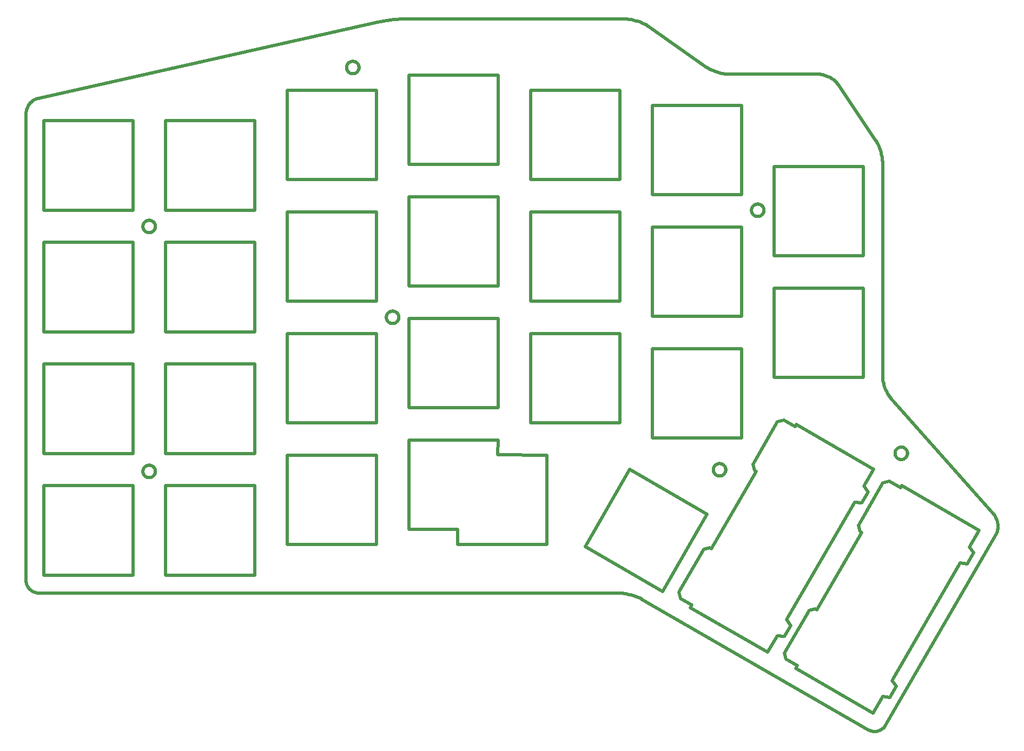
<source format=gm1>
G04 #@! TF.GenerationSoftware,KiCad,Pcbnew,8.0.0*
G04 #@! TF.CreationDate,2024-03-05T17:39:38+11:00*
G04 #@! TF.ProjectId,ergodash-mini-double-pcb-plate,6572676f-6461-4736-982d-6d696e692d64,rev?*
G04 #@! TF.SameCoordinates,Original*
G04 #@! TF.FileFunction,Profile,NP*
%FSLAX46Y46*%
G04 Gerber Fmt 4.6, Leading zero omitted, Abs format (unit mm)*
G04 Created by KiCad (PCBNEW 8.0.0) date 2024-03-05 17:39:38*
%MOMM*%
%LPD*%
G01*
G04 APERTURE LIST*
G04 #@! TA.AperFunction,Profile*
%ADD10C,0.499992*%
G04 #@! TD*
G04 #@! TA.AperFunction,Profile*
%ADD11C,0.499998*%
G04 #@! TD*
G04 APERTURE END LIST*
D10*
X197821217Y-112274682D02*
X198031121Y-111912042D01*
X210148331Y-118923486D01*
X208616217Y-121572137D01*
X209254391Y-122462197D01*
X208254618Y-124191865D01*
X207163477Y-124081445D01*
X196528284Y-142481278D01*
X197160462Y-143367455D01*
X196160336Y-145097123D01*
X195075545Y-144990579D01*
X193573065Y-147569390D01*
X181455500Y-140557931D01*
X181695389Y-140143418D01*
X179922680Y-139117539D01*
X179667271Y-138161157D01*
X183520661Y-131495423D01*
X184477043Y-131240014D01*
X184737040Y-131389947D01*
X191747792Y-119273797D01*
X191490971Y-119125276D01*
X191235913Y-118168893D01*
X195089304Y-111503167D01*
X196045685Y-111247750D01*
X197821217Y-112274682D01*
X181321797Y-102749688D02*
X181531700Y-102387032D01*
X193648560Y-109398492D01*
X192116799Y-112047143D01*
X192754975Y-112937203D01*
X191755202Y-114666871D01*
X190663706Y-114556451D01*
X180028866Y-132956284D01*
X180660691Y-133842462D01*
X179660920Y-135572137D01*
X178576126Y-135465592D01*
X177073296Y-138044396D01*
X164956082Y-131032937D01*
X165195973Y-130618424D01*
X163422913Y-129592545D01*
X163167500Y-128636163D01*
X167021244Y-121970422D01*
X167977623Y-121715020D01*
X168237622Y-121864945D01*
X175248375Y-109748803D01*
X174991555Y-109600274D01*
X174736142Y-108643884D01*
X178589886Y-101978158D01*
X179546265Y-101722741D01*
X181321797Y-102749688D01*
D11*
X80287430Y-108753460D02*
X80336989Y-108757227D01*
X80385822Y-108763430D01*
X80433869Y-108772008D01*
X80481068Y-108782900D01*
X80527359Y-108796044D01*
X80572680Y-108811378D01*
X80616971Y-108828842D01*
X80660170Y-108848375D01*
X80702217Y-108869914D01*
X80743050Y-108893398D01*
X80782609Y-108918766D01*
X80820833Y-108945957D01*
X80857660Y-108974909D01*
X80893030Y-109005562D01*
X80926882Y-109037852D01*
X80959155Y-109071720D01*
X80989787Y-109107104D01*
X81018718Y-109143942D01*
X81045887Y-109182173D01*
X81071233Y-109221736D01*
X81094695Y-109262570D01*
X81116212Y-109304612D01*
X81135722Y-109347802D01*
X81153166Y-109392078D01*
X81168482Y-109437379D01*
X81181608Y-109483644D01*
X81192485Y-109530811D01*
X81201051Y-109578819D01*
X81207245Y-109627606D01*
X81211006Y-109677111D01*
X81212273Y-109727273D01*
X81211006Y-109777463D01*
X81207244Y-109826991D01*
X81201050Y-109875796D01*
X81192484Y-109923816D01*
X81181607Y-109970990D01*
X81168480Y-110017257D01*
X81153164Y-110062557D01*
X81135720Y-110106828D01*
X81116209Y-110150010D01*
X81094692Y-110192040D01*
X81071230Y-110232859D01*
X81045883Y-110272404D01*
X81018714Y-110310616D01*
X80989782Y-110347433D01*
X80959149Y-110382793D01*
X80926876Y-110416636D01*
X80893024Y-110448902D01*
X80857654Y-110479528D01*
X80820826Y-110508453D01*
X80782602Y-110535618D01*
X80743043Y-110560960D01*
X80702210Y-110584419D01*
X80660163Y-110605933D01*
X80616964Y-110625442D01*
X80572674Y-110642884D01*
X80527353Y-110658199D01*
X80481063Y-110671325D01*
X80433864Y-110682201D01*
X80385818Y-110690767D01*
X80336986Y-110696961D01*
X80287428Y-110700722D01*
X80237206Y-110701989D01*
X80187076Y-110700722D01*
X80137600Y-110696961D01*
X80088841Y-110690767D01*
X80040860Y-110682201D01*
X79993717Y-110671325D01*
X79947475Y-110658199D01*
X79902195Y-110642884D01*
X79857938Y-110625442D01*
X79814765Y-110605933D01*
X79772739Y-110584419D01*
X79731921Y-110560960D01*
X79692371Y-110535618D01*
X79654152Y-110508453D01*
X79617325Y-110479528D01*
X79581951Y-110448902D01*
X79548092Y-110416636D01*
X79515809Y-110382793D01*
X79485164Y-110347433D01*
X79456217Y-110310616D01*
X79429032Y-110272404D01*
X79403667Y-110232859D01*
X79380187Y-110192040D01*
X79358651Y-110150010D01*
X79339121Y-110106828D01*
X79321658Y-110062557D01*
X79306325Y-110017257D01*
X79293182Y-109970990D01*
X79282291Y-109923816D01*
X79273713Y-109875796D01*
X79267510Y-109826991D01*
X79263744Y-109777463D01*
X79262474Y-109727273D01*
X79263744Y-109677111D01*
X79267510Y-109627606D01*
X79273713Y-109578819D01*
X79282291Y-109530811D01*
X79293182Y-109483644D01*
X79306325Y-109437379D01*
X79321658Y-109392078D01*
X79339121Y-109347802D01*
X79358651Y-109304612D01*
X79380187Y-109262570D01*
X79403667Y-109221736D01*
X79429032Y-109182173D01*
X79456217Y-109143942D01*
X79485164Y-109107104D01*
X79515809Y-109071720D01*
X79548092Y-109037852D01*
X79581951Y-109005562D01*
X79617325Y-108974909D01*
X79654152Y-108945957D01*
X79692371Y-108918766D01*
X79731921Y-108893398D01*
X79772739Y-108869914D01*
X79814765Y-108848375D01*
X79857938Y-108828842D01*
X79902195Y-108811378D01*
X79947475Y-108796044D01*
X79993717Y-108782900D01*
X80040860Y-108772008D01*
X80088841Y-108763430D01*
X80137600Y-108757227D01*
X80187076Y-108753460D01*
X80237206Y-108752191D01*
X80287430Y-108753460D01*
D10*
X60959999Y-126772088D02*
X60959999Y-53723153D01*
X60962615Y-126874634D02*
X60959999Y-126772088D01*
X60970375Y-126975877D02*
X60962615Y-126874634D01*
X60983152Y-127075691D02*
X60970375Y-126975877D01*
X61000817Y-127173946D02*
X60983152Y-127075691D01*
X61023244Y-127270514D02*
X61000817Y-127173946D01*
X61050302Y-127365268D02*
X61023244Y-127270514D01*
X61081865Y-127458079D02*
X61050302Y-127365268D01*
X61117803Y-127548820D02*
X61081865Y-127458079D01*
X61157990Y-127637362D02*
X61117803Y-127548820D01*
X61202296Y-127723577D02*
X61157990Y-127637362D01*
X61250593Y-127807336D02*
X61202296Y-127723577D01*
X61302754Y-127888513D02*
X61250593Y-127807336D01*
X61358651Y-127966978D02*
X61302754Y-127888513D01*
X61418154Y-128042605D02*
X61358651Y-127966978D01*
X61481136Y-128115263D02*
X61418154Y-128042605D01*
X61547469Y-128184827D02*
X61481136Y-128115263D01*
X61617024Y-128251167D02*
X61547469Y-128184827D01*
X61689673Y-128314155D02*
X61617024Y-128251167D01*
X61765289Y-128373663D02*
X61689673Y-128314155D01*
X61843743Y-128429564D02*
X61765289Y-128373663D01*
X61924907Y-128481728D02*
X61843743Y-128429564D01*
X62008653Y-128530029D02*
X61924907Y-128481728D01*
X62094852Y-128574337D02*
X62008653Y-128530029D01*
X62183376Y-128614525D02*
X62094852Y-128574337D01*
X62274098Y-128650465D02*
X62183376Y-128614525D01*
X62366889Y-128682029D02*
X62274098Y-128650465D01*
X62461621Y-128709088D02*
X62366889Y-128682029D01*
X62558165Y-128731514D02*
X62461621Y-128709088D01*
X62656395Y-128749180D02*
X62558165Y-128731514D01*
X62756180Y-128761957D02*
X62656395Y-128749180D01*
X62857394Y-128769717D02*
X62756180Y-128761957D01*
X62959908Y-128772332D02*
X62857394Y-128769717D01*
X153672135Y-128772332D02*
X62959908Y-128772332D01*
X153884847Y-128777522D02*
X153672135Y-128772332D01*
X154109223Y-128792747D02*
X153884847Y-128777522D01*
X154343352Y-128817493D02*
X154109223Y-128792747D01*
X154585322Y-128851245D02*
X154343352Y-128817493D01*
X154833219Y-128893489D02*
X154585322Y-128851245D01*
X155085133Y-128943709D02*
X154833219Y-128893489D01*
X155339151Y-129001392D02*
X155085133Y-128943709D01*
X155593362Y-129066022D02*
X155339151Y-129001392D01*
X155845852Y-129137085D02*
X155593362Y-129066022D01*
X156094711Y-129214065D02*
X155845852Y-129137085D01*
X156338026Y-129296449D02*
X156094711Y-129214065D01*
X156573885Y-129383721D02*
X156338026Y-129296449D01*
X156800376Y-129475367D02*
X156573885Y-129383721D01*
X157015588Y-129570873D02*
X156800376Y-129475367D01*
X157217607Y-129669722D02*
X157015588Y-129570873D01*
X157404522Y-129771401D02*
X157217607Y-129669722D01*
X192798012Y-150191239D02*
X157404522Y-129771401D01*
X192888126Y-150240231D02*
X192798012Y-150191239D01*
X192979692Y-150284117D02*
X192888126Y-150240231D01*
X193072534Y-150322944D02*
X192979692Y-150284117D01*
X193166478Y-150356760D02*
X193072534Y-150322944D01*
X193261347Y-150385611D02*
X193166478Y-150356760D01*
X193356968Y-150409544D02*
X193261347Y-150385611D01*
X193453164Y-150428607D02*
X193356968Y-150409544D01*
X193549760Y-150442847D02*
X193453164Y-150428607D01*
X193646582Y-150452312D02*
X193549760Y-150442847D01*
X193743454Y-150457047D02*
X193646582Y-150452312D01*
X193840201Y-150457101D02*
X193743454Y-150457047D01*
X193936647Y-150452521D02*
X193840201Y-150457101D01*
X194032618Y-150443353D02*
X193936647Y-150452521D01*
X194127939Y-150429645D02*
X194032618Y-150443353D01*
X194222434Y-150411444D02*
X194127939Y-150429645D01*
X194315927Y-150388797D02*
X194222434Y-150411444D01*
X194408245Y-150361751D02*
X194315927Y-150388797D01*
X194499211Y-150330354D02*
X194408245Y-150361751D01*
X194588651Y-150294653D02*
X194499211Y-150330354D01*
X194676389Y-150254694D02*
X194588651Y-150294653D01*
X194762250Y-150210525D02*
X194676389Y-150254694D01*
X194846059Y-150162194D02*
X194762250Y-150210525D01*
X194927641Y-150109746D02*
X194846059Y-150162194D01*
X195006820Y-150053230D02*
X194927641Y-150109746D01*
X195083422Y-149992692D02*
X195006820Y-150053230D01*
X195157271Y-149928181D02*
X195083422Y-149992692D01*
X195228192Y-149859742D02*
X195157271Y-149928181D01*
X195296010Y-149787423D02*
X195228192Y-149859742D01*
X195360549Y-149711271D02*
X195296010Y-149787423D01*
X195421635Y-149631333D02*
X195360549Y-149711271D01*
X195479092Y-149547657D02*
X195421635Y-149631333D01*
X195532746Y-149460290D02*
X195479092Y-149547657D01*
X212772290Y-119683007D02*
X195532746Y-149460290D01*
X212821910Y-119592282D02*
X212772290Y-119683007D01*
X212867464Y-119498839D02*
X212821910Y-119592282D01*
X212908974Y-119402884D02*
X212867464Y-119498839D01*
X212946460Y-119304625D02*
X212908974Y-119402884D01*
X213009442Y-119102016D02*
X212946460Y-119304625D01*
X213056580Y-118892665D02*
X213009442Y-119102016D01*
X213088038Y-118678225D02*
X213056580Y-118892665D01*
X213103985Y-118460349D02*
X213088038Y-118678225D01*
X213104587Y-118240689D02*
X213103985Y-118460349D01*
X213090011Y-118020898D02*
X213104587Y-118240689D01*
X213060424Y-117802628D02*
X213090011Y-118020898D01*
X213015993Y-117587532D02*
X213060424Y-117802628D01*
X212956885Y-117377263D02*
X213015993Y-117587532D01*
X212883267Y-117173472D02*
X212956885Y-117377263D01*
X212795305Y-116977814D02*
X212883267Y-117173472D01*
X212693167Y-116791940D02*
X212795305Y-116977814D01*
X212636834Y-116703188D02*
X212693167Y-116791940D01*
X212577019Y-116617502D02*
X212636834Y-116703188D01*
X212513744Y-116535089D02*
X212577019Y-116617502D01*
X212447029Y-116456155D02*
X212513744Y-116535089D01*
X196367035Y-98334298D02*
X212447029Y-116456155D01*
X196231844Y-98171552D02*
X196367035Y-98334298D01*
X196100434Y-97993011D02*
X196231844Y-98171552D01*
X195973488Y-97800470D02*
X196100434Y-97993011D01*
X195851688Y-97595720D02*
X195973488Y-97800470D01*
X195735714Y-97380555D02*
X195851688Y-97595720D01*
X195626250Y-97156766D02*
X195735714Y-97380555D01*
X195523975Y-96926147D02*
X195626250Y-97156766D01*
X195429572Y-96690490D02*
X195523975Y-96926147D01*
X195343723Y-96451587D02*
X195429572Y-96690490D01*
X195267109Y-96211232D02*
X195343723Y-96451587D01*
X195200412Y-95971217D02*
X195267109Y-96211232D01*
X195144313Y-95733334D02*
X195200412Y-95971217D01*
X195099494Y-95499377D02*
X195144313Y-95733334D01*
X195066636Y-95271137D02*
X195099494Y-95499377D01*
X195046422Y-95050408D02*
X195066636Y-95271137D01*
X195039532Y-94838983D02*
X195046422Y-95050408D01*
X195042033Y-61461923D02*
X195039532Y-94838983D01*
X195036233Y-61249545D02*
X195042033Y-61461923D01*
X195019216Y-61026248D02*
X195036233Y-61249545D01*
X194991556Y-60793908D02*
X195019216Y-61026248D01*
X194953827Y-60554399D02*
X194991556Y-60793908D01*
X194906601Y-60309594D02*
X194953827Y-60554399D01*
X194850453Y-60061369D02*
X194906601Y-60309594D01*
X194785956Y-59811598D02*
X194850453Y-60061369D01*
X194713684Y-59562156D02*
X194785956Y-59811598D01*
X194634210Y-59314916D02*
X194713684Y-59562156D01*
X194548108Y-59071753D02*
X194634210Y-59314916D01*
X194455952Y-58834542D02*
X194548108Y-59071753D01*
X194358315Y-58605158D02*
X194455952Y-58834542D01*
X194255771Y-58385473D02*
X194358315Y-58605158D01*
X194148893Y-58177364D02*
X194255771Y-58385473D01*
X194038255Y-57982704D02*
X194148893Y-58177364D01*
X193924431Y-57803369D02*
X194038255Y-57982704D01*
X188114533Y-49182519D02*
X193924431Y-57803369D01*
X187990337Y-49013552D02*
X188114533Y-49182519D01*
X187849268Y-48849328D02*
X187990337Y-49013552D01*
X187692923Y-48690697D02*
X187849268Y-48849328D01*
X187522897Y-48538508D02*
X187692923Y-48690697D01*
X187340790Y-48393611D02*
X187522897Y-48538508D01*
X187148199Y-48256856D02*
X187340790Y-48393611D01*
X186946720Y-48129093D02*
X187148199Y-48256856D01*
X186737951Y-48011170D02*
X186946720Y-48129093D01*
X186523489Y-47903939D02*
X186737951Y-48011170D01*
X186304932Y-47808248D02*
X186523489Y-47903939D01*
X186083877Y-47724948D02*
X186304932Y-47808248D01*
X185861921Y-47654887D02*
X186083877Y-47724948D01*
X185640662Y-47598917D02*
X185861921Y-47654887D01*
X185421696Y-47557886D02*
X185640662Y-47598917D01*
X185206622Y-47532644D02*
X185421696Y-47557886D01*
X184997036Y-47524041D02*
X185206622Y-47532644D01*
X170997403Y-47524041D02*
X184997036Y-47524041D01*
X170785261Y-47518042D02*
X170997403Y-47524041D01*
X170562433Y-47500442D02*
X170785261Y-47518042D01*
X170330782Y-47471834D02*
X170562433Y-47500442D01*
X170092174Y-47432812D02*
X170330782Y-47471834D01*
X169848473Y-47383969D02*
X170092174Y-47432812D01*
X169601543Y-47325901D02*
X169848473Y-47383969D01*
X169353249Y-47259200D02*
X169601543Y-47325901D01*
X169105455Y-47184461D02*
X169353249Y-47259200D01*
X168860026Y-47102276D02*
X169105455Y-47184461D01*
X168618825Y-47013241D02*
X168860026Y-47102276D01*
X168383719Y-46917949D02*
X168618825Y-47013241D01*
X168156571Y-46816994D02*
X168383719Y-46917949D01*
X167939245Y-46710969D02*
X168156571Y-46816994D01*
X167733607Y-46600469D02*
X167939245Y-46710969D01*
X167541520Y-46486087D02*
X167733607Y-46600469D01*
X167364849Y-46368417D02*
X167541520Y-46486087D01*
X158445923Y-40058953D02*
X167364849Y-46368417D01*
X158269198Y-39941332D02*
X158445923Y-40058953D01*
X158077078Y-39826991D02*
X158269198Y-39941332D01*
X157871423Y-39716527D02*
X158077078Y-39826991D01*
X157654096Y-39610533D02*
X157871423Y-39716527D01*
X157426956Y-39509603D02*
X157654096Y-39610533D01*
X157191865Y-39414332D02*
X157426956Y-39509603D01*
X156950683Y-39325313D02*
X157191865Y-39414332D01*
X156705272Y-39243142D02*
X156950683Y-39325313D01*
X156457492Y-39168413D02*
X156705272Y-39243142D01*
X156209204Y-39101719D02*
X156457492Y-39168413D01*
X155962268Y-39043655D02*
X156209204Y-39101719D01*
X155718547Y-38994816D02*
X155962268Y-39043655D01*
X155479900Y-38955795D02*
X155718547Y-38994816D01*
X155248188Y-38927188D02*
X155479900Y-38955795D01*
X155025273Y-38909587D02*
X155248188Y-38927188D01*
X154813015Y-38903588D02*
X155025273Y-38909587D01*
X119982910Y-38903588D02*
X154813015Y-38903588D01*
X119541225Y-38912562D02*
X119982910Y-38903588D01*
X119052208Y-38938275D02*
X119541225Y-38912562D01*
X118532062Y-38978912D02*
X119052208Y-38938275D01*
X117996988Y-39032660D02*
X118532062Y-38978912D01*
X117463187Y-39097706D02*
X117996988Y-39032660D01*
X116946861Y-39172236D02*
X117463187Y-39097706D01*
X116464212Y-39254436D02*
X116946861Y-39172236D01*
X116031441Y-39342492D02*
X116464212Y-39254436D01*
X62911217Y-51284020D02*
X116031441Y-39342492D01*
X62811202Y-51309087D02*
X62911217Y-51284020D01*
X62712454Y-51339019D02*
X62811202Y-51309087D01*
X62615100Y-51373659D02*
X62712454Y-51339019D01*
X62519264Y-51412852D02*
X62615100Y-51373659D01*
X62425071Y-51456440D02*
X62519264Y-51412852D01*
X62332647Y-51504268D02*
X62425071Y-51456440D01*
X62242116Y-51556178D02*
X62332647Y-51504268D01*
X62153604Y-51612014D02*
X62242116Y-51556178D01*
X61983135Y-51734840D02*
X62153604Y-51612014D01*
X61822240Y-51871493D02*
X61983135Y-51734840D01*
X61671921Y-52020722D02*
X61822240Y-51871493D01*
X61533177Y-52181275D02*
X61671921Y-52020722D01*
X61407009Y-52351901D02*
X61533177Y-52181275D01*
X61294417Y-52531346D02*
X61407009Y-52351901D01*
X61196403Y-52718361D02*
X61294417Y-52531346D01*
X61113965Y-52911692D02*
X61196403Y-52718361D01*
X61078901Y-53010336D02*
X61113965Y-52911692D01*
X61048106Y-53110089D02*
X61078901Y-53010336D01*
X61021706Y-53210795D02*
X61048106Y-53110089D01*
X60999825Y-53312299D02*
X61021706Y-53210795D01*
X60982589Y-53414443D02*
X60999825Y-53312299D01*
X60970123Y-53517071D02*
X60982589Y-53414443D01*
X60962551Y-53620027D02*
X60970123Y-53517071D01*
X60959999Y-53723153D02*
X60962551Y-53620027D01*
D11*
X80287430Y-70399106D02*
X80336989Y-70402876D01*
X80385822Y-70409083D01*
X80433869Y-70417668D01*
X80481068Y-70428567D01*
X80527359Y-70441719D01*
X80572680Y-70457063D01*
X80616971Y-70474537D01*
X80660170Y-70494080D01*
X80702217Y-70515629D01*
X80743050Y-70539125D01*
X80782609Y-70564504D01*
X80820833Y-70591705D01*
X80857660Y-70620668D01*
X80893030Y-70651330D01*
X80926882Y-70683629D01*
X80959155Y-70717505D01*
X80989787Y-70752895D01*
X81018718Y-70789738D01*
X81045887Y-70827973D01*
X81071233Y-70867537D01*
X81094695Y-70908370D01*
X81116212Y-70950410D01*
X81135722Y-70993595D01*
X81153166Y-71037864D01*
X81168482Y-71083155D01*
X81181608Y-71129406D01*
X81192485Y-71176557D01*
X81201051Y-71224545D01*
X81207245Y-71273309D01*
X81211006Y-71322787D01*
X81212273Y-71372918D01*
X81211006Y-71423111D01*
X81207244Y-71472643D01*
X81201050Y-71521454D01*
X81192484Y-71569481D01*
X81181607Y-71616664D01*
X81168480Y-71662942D01*
X81153164Y-71708253D01*
X81135720Y-71752537D01*
X81116209Y-71795732D01*
X81094692Y-71837777D01*
X81071230Y-71878611D01*
X81045883Y-71918172D01*
X81018714Y-71956400D01*
X80989782Y-71993233D01*
X80959149Y-72028610D01*
X80926876Y-72062470D01*
X80893024Y-72094752D01*
X80857654Y-72125395D01*
X80820826Y-72154337D01*
X80782602Y-72181517D01*
X80743043Y-72206875D01*
X80702210Y-72230348D01*
X80660163Y-72251876D01*
X80616964Y-72271398D01*
X80572674Y-72288852D01*
X80527353Y-72304178D01*
X80481063Y-72317313D01*
X80433864Y-72328197D01*
X80385818Y-72336769D01*
X80336986Y-72342968D01*
X80287428Y-72346732D01*
X80237206Y-72348000D01*
X80187076Y-72346732D01*
X80137600Y-72342968D01*
X80088841Y-72336769D01*
X80040860Y-72328197D01*
X79993717Y-72317313D01*
X79947475Y-72304178D01*
X79902195Y-72288852D01*
X79857938Y-72271398D01*
X79814765Y-72251876D01*
X79772739Y-72230348D01*
X79731921Y-72206875D01*
X79692371Y-72181517D01*
X79654152Y-72154337D01*
X79617325Y-72125395D01*
X79581951Y-72094752D01*
X79548092Y-72062470D01*
X79515809Y-72028610D01*
X79485164Y-71993233D01*
X79456217Y-71956400D01*
X79429032Y-71918172D01*
X79403667Y-71878611D01*
X79380187Y-71837777D01*
X79358651Y-71795732D01*
X79339121Y-71752537D01*
X79321658Y-71708253D01*
X79306325Y-71662942D01*
X79293182Y-71616664D01*
X79282291Y-71569481D01*
X79273713Y-71521454D01*
X79267510Y-71472643D01*
X79263744Y-71423111D01*
X79262474Y-71372918D01*
X79263744Y-71322787D01*
X79267510Y-71273309D01*
X79273713Y-71224545D01*
X79282291Y-71176557D01*
X79293182Y-71129406D01*
X79306325Y-71083155D01*
X79321658Y-71037864D01*
X79339121Y-70993595D01*
X79358651Y-70950410D01*
X79380187Y-70908370D01*
X79403667Y-70867537D01*
X79429032Y-70827973D01*
X79456217Y-70789738D01*
X79485164Y-70752895D01*
X79515809Y-70717505D01*
X79548092Y-70683629D01*
X79581951Y-70651330D01*
X79617325Y-70620668D01*
X79654152Y-70591705D01*
X79692371Y-70564504D01*
X79731921Y-70539125D01*
X79772739Y-70515629D01*
X79814765Y-70494080D01*
X79857938Y-70474537D01*
X79902195Y-70457063D01*
X79947475Y-70441719D01*
X79993717Y-70428567D01*
X80040860Y-70417668D01*
X80088841Y-70409083D01*
X80137600Y-70402876D01*
X80187076Y-70399106D01*
X80237206Y-70397836D01*
X80287430Y-70399106D01*
X112164395Y-45507854D02*
X112213923Y-45511621D01*
X112262728Y-45517823D01*
X112310747Y-45526401D01*
X112357922Y-45537291D01*
X112404189Y-45550433D01*
X112449489Y-45565765D01*
X112493760Y-45583226D01*
X112536941Y-45602755D01*
X112578972Y-45624290D01*
X112619790Y-45647769D01*
X112659336Y-45673132D01*
X112697548Y-45700316D01*
X112734364Y-45729261D01*
X112769725Y-45759905D01*
X112803568Y-45792186D01*
X112835833Y-45826043D01*
X112866459Y-45861415D01*
X112895385Y-45898240D01*
X112922550Y-45936457D01*
X112947892Y-45976005D01*
X112971350Y-46016822D01*
X112992865Y-46058846D01*
X113012374Y-46102016D01*
X113029816Y-46146271D01*
X113045130Y-46191550D01*
X113058257Y-46237790D01*
X113069133Y-46284931D01*
X113077699Y-46332911D01*
X113083893Y-46381668D01*
X113087654Y-46431142D01*
X113088921Y-46481271D01*
X113087654Y-46531501D01*
X113083893Y-46581067D01*
X113077699Y-46629906D01*
X113069133Y-46677958D01*
X113058257Y-46725161D01*
X113045130Y-46771456D01*
X113029816Y-46816781D01*
X113012374Y-46861075D01*
X112992865Y-46904277D01*
X112971350Y-46946326D01*
X112947892Y-46987161D01*
X112922550Y-47026722D01*
X112895385Y-47064947D01*
X112866459Y-47101775D01*
X112835833Y-47137146D01*
X112803568Y-47170999D01*
X112769725Y-47203271D01*
X112734364Y-47233904D01*
X112697548Y-47262835D01*
X112659336Y-47290004D01*
X112619790Y-47315349D01*
X112578972Y-47338810D01*
X112536941Y-47360326D01*
X112493760Y-47379837D01*
X112449489Y-47397280D01*
X112404189Y-47412595D01*
X112357922Y-47425721D01*
X112310747Y-47436597D01*
X112262728Y-47445162D01*
X112213923Y-47451356D01*
X112164395Y-47455116D01*
X112114205Y-47456384D01*
X112064043Y-47455116D01*
X112014538Y-47451356D01*
X111965750Y-47445162D01*
X111917743Y-47436597D01*
X111870576Y-47425721D01*
X111824311Y-47412595D01*
X111779010Y-47397280D01*
X111734734Y-47379837D01*
X111691544Y-47360326D01*
X111649501Y-47338810D01*
X111608668Y-47315349D01*
X111569105Y-47290004D01*
X111530874Y-47262835D01*
X111494036Y-47233904D01*
X111458652Y-47203271D01*
X111424784Y-47170999D01*
X111392493Y-47137146D01*
X111361841Y-47101775D01*
X111332889Y-47064947D01*
X111305698Y-47026722D01*
X111280330Y-46987161D01*
X111256845Y-46946326D01*
X111235306Y-46904277D01*
X111215774Y-46861075D01*
X111198310Y-46816781D01*
X111182975Y-46771456D01*
X111169831Y-46725161D01*
X111158940Y-46677958D01*
X111150362Y-46629906D01*
X111144159Y-46581067D01*
X111140392Y-46531501D01*
X111139122Y-46481271D01*
X111140392Y-46431141D01*
X111144159Y-46381666D01*
X111150362Y-46332907D01*
X111158940Y-46284926D01*
X111169831Y-46237785D01*
X111182975Y-46191544D01*
X111198310Y-46146265D01*
X111215774Y-46102010D01*
X111235306Y-46058839D01*
X111256845Y-46016815D01*
X111280330Y-45975998D01*
X111305698Y-45936451D01*
X111332889Y-45898234D01*
X111361841Y-45861409D01*
X111392493Y-45826037D01*
X111424784Y-45792180D01*
X111458652Y-45759899D01*
X111494036Y-45729256D01*
X111530874Y-45700312D01*
X111569105Y-45673128D01*
X111608668Y-45647766D01*
X111649501Y-45624287D01*
X111691544Y-45602752D01*
X111734734Y-45583224D01*
X111779010Y-45565763D01*
X111824311Y-45550432D01*
X111870576Y-45537290D01*
X111917743Y-45526400D01*
X111965750Y-45517823D01*
X112014538Y-45511621D01*
X112064043Y-45507854D01*
X112114205Y-45506585D01*
X112164395Y-45507854D01*
X118387420Y-84623455D02*
X118436980Y-84627222D01*
X118485813Y-84633425D01*
X118533860Y-84642002D01*
X118581060Y-84652893D01*
X118627351Y-84666036D01*
X118672673Y-84681370D01*
X118716964Y-84698832D01*
X118760164Y-84718362D01*
X118802211Y-84739898D01*
X118843045Y-84763379D01*
X118882605Y-84788743D01*
X118920829Y-84815929D01*
X118957657Y-84844875D01*
X118993028Y-84875521D01*
X119026881Y-84907803D01*
X119059154Y-84941663D01*
X119089787Y-84977036D01*
X119118719Y-85013864D01*
X119145889Y-85052083D01*
X119171235Y-85091632D01*
X119194697Y-85132451D01*
X119216215Y-85174477D01*
X119235726Y-85217649D01*
X119253170Y-85261906D01*
X119268486Y-85307186D01*
X119281613Y-85353428D01*
X119292490Y-85400571D01*
X119301056Y-85448552D01*
X119307251Y-85497312D01*
X119311012Y-85546787D01*
X119312279Y-85596917D01*
X119311012Y-85647141D01*
X119307251Y-85696700D01*
X119301056Y-85745533D01*
X119292490Y-85793580D01*
X119281613Y-85840779D01*
X119268486Y-85887070D01*
X119253170Y-85932391D01*
X119235726Y-85976682D01*
X119216215Y-86019881D01*
X119194697Y-86061928D01*
X119171235Y-86102761D01*
X119145889Y-86142320D01*
X119118719Y-86180544D01*
X119089787Y-86217371D01*
X119059154Y-86252742D01*
X119026881Y-86286593D01*
X118993028Y-86318866D01*
X118957657Y-86349498D01*
X118920829Y-86378429D01*
X118882605Y-86405598D01*
X118843045Y-86430944D01*
X118802211Y-86454406D01*
X118760164Y-86475923D01*
X118716964Y-86495434D01*
X118672673Y-86512877D01*
X118627351Y-86528193D01*
X118581060Y-86541319D01*
X118533860Y-86552196D01*
X118485813Y-86560762D01*
X118436980Y-86566956D01*
X118387420Y-86570717D01*
X118337197Y-86571984D01*
X118287068Y-86570717D01*
X118237594Y-86566956D01*
X118188836Y-86560762D01*
X118140855Y-86552196D01*
X118093714Y-86541319D01*
X118047473Y-86528191D01*
X118002193Y-86512875D01*
X117957937Y-86495431D01*
X117914766Y-86475920D01*
X117872741Y-86454403D01*
X117831923Y-86430941D01*
X117792374Y-86405594D01*
X117754155Y-86378425D01*
X117717329Y-86349493D01*
X117681955Y-86318861D01*
X117648096Y-86286588D01*
X117615814Y-86252736D01*
X117585169Y-86217365D01*
X117556223Y-86180538D01*
X117529037Y-86142314D01*
X117503673Y-86102755D01*
X117480192Y-86061921D01*
X117458656Y-86019874D01*
X117439127Y-85976675D01*
X117421664Y-85932385D01*
X117406331Y-85887064D01*
X117393188Y-85840774D01*
X117382297Y-85793576D01*
X117373720Y-85745530D01*
X117367517Y-85696697D01*
X117363750Y-85647139D01*
X117362480Y-85596917D01*
X117363750Y-85546787D01*
X117367517Y-85497312D01*
X117373720Y-85448552D01*
X117382297Y-85400571D01*
X117393188Y-85353428D01*
X117406331Y-85307186D01*
X117421664Y-85261906D01*
X117439127Y-85217649D01*
X117458656Y-85174477D01*
X117480192Y-85132451D01*
X117503673Y-85091632D01*
X117529037Y-85052083D01*
X117556223Y-85013864D01*
X117585169Y-84977036D01*
X117615814Y-84941663D01*
X117648096Y-84907803D01*
X117681955Y-84875521D01*
X117717329Y-84844875D01*
X117754155Y-84815929D01*
X117792374Y-84788743D01*
X117831923Y-84763379D01*
X117872741Y-84739898D01*
X117914766Y-84718362D01*
X117957937Y-84698832D01*
X118002193Y-84681370D01*
X118047473Y-84666036D01*
X118093714Y-84652893D01*
X118140855Y-84642002D01*
X118188836Y-84633425D01*
X118237594Y-84627222D01*
X118287068Y-84623455D01*
X118337197Y-84622186D01*
X118387420Y-84623455D01*
X175537075Y-67859493D02*
X175586634Y-67863260D01*
X175635467Y-67869462D01*
X175683514Y-67878040D01*
X175730714Y-67888930D01*
X175777005Y-67902073D01*
X175822327Y-67917407D01*
X175866618Y-67934870D01*
X175909817Y-67954401D01*
X175951865Y-67975939D01*
X175992698Y-67999422D01*
X176032258Y-68024789D01*
X176070482Y-68051979D01*
X176107310Y-68080930D01*
X176142681Y-68111582D01*
X176176533Y-68143872D01*
X176208806Y-68177740D01*
X176239439Y-68213124D01*
X176268371Y-68249962D01*
X176295540Y-68288194D01*
X176320887Y-68327758D01*
X176344349Y-68368593D01*
X176365866Y-68410637D01*
X176385377Y-68453829D01*
X176402821Y-68498108D01*
X176418137Y-68543412D01*
X176431264Y-68589680D01*
X176442141Y-68636851D01*
X176450707Y-68684864D01*
X176456901Y-68733657D01*
X176460662Y-68783168D01*
X176461930Y-68833337D01*
X176460662Y-68883527D01*
X176456901Y-68933056D01*
X176450707Y-68981863D01*
X176442141Y-69029886D01*
X176431264Y-69077066D01*
X176418137Y-69123340D01*
X176402821Y-69168647D01*
X176385377Y-69212926D01*
X176365866Y-69256117D01*
X176344349Y-69298157D01*
X176320887Y-69338987D01*
X176295540Y-69378544D01*
X176268371Y-69416767D01*
X176239439Y-69453596D01*
X176208806Y-69488968D01*
X176176533Y-69522824D01*
X176142681Y-69555102D01*
X176107310Y-69585740D01*
X176070482Y-69614679D01*
X176032258Y-69641855D01*
X175992698Y-69667209D01*
X175951865Y-69690679D01*
X175909817Y-69712204D01*
X175866618Y-69731722D01*
X175822327Y-69749174D01*
X175777005Y-69764497D01*
X175730714Y-69777630D01*
X175683514Y-69788513D01*
X175635467Y-69797083D01*
X175586634Y-69803281D01*
X175537075Y-69807044D01*
X175486851Y-69808312D01*
X175436722Y-69807044D01*
X175387248Y-69803281D01*
X175338489Y-69797083D01*
X175290508Y-69788513D01*
X175243367Y-69777630D01*
X175197125Y-69764497D01*
X175151845Y-69749174D01*
X175107589Y-69731722D01*
X175064417Y-69712204D01*
X175022391Y-69690679D01*
X174981573Y-69667209D01*
X174942024Y-69641855D01*
X174903805Y-69614679D01*
X174866978Y-69585740D01*
X174831605Y-69555102D01*
X174797746Y-69522824D01*
X174765463Y-69488968D01*
X174734817Y-69453596D01*
X174705871Y-69416767D01*
X174678685Y-69378544D01*
X174653321Y-69338987D01*
X174629840Y-69298157D01*
X174608304Y-69256117D01*
X174588774Y-69212926D01*
X174571312Y-69168647D01*
X174555978Y-69123340D01*
X174542835Y-69077066D01*
X174531944Y-69029886D01*
X174523366Y-68981863D01*
X174517163Y-68933056D01*
X174513397Y-68883527D01*
X174512127Y-68833337D01*
X174513397Y-68783169D01*
X174517163Y-68733659D01*
X174523366Y-68684868D01*
X174531944Y-68636856D01*
X174542835Y-68589685D01*
X174555978Y-68543418D01*
X174571312Y-68498114D01*
X174588774Y-68453835D01*
X174608304Y-68410643D01*
X174629840Y-68368599D01*
X174653321Y-68327765D01*
X174678685Y-68288201D01*
X174705871Y-68249969D01*
X174734817Y-68213130D01*
X174765463Y-68177746D01*
X174797746Y-68143878D01*
X174831605Y-68111587D01*
X174866978Y-68080935D01*
X174903805Y-68051984D01*
X174942024Y-68024793D01*
X174981573Y-67999425D01*
X175022391Y-67975942D01*
X175064417Y-67954403D01*
X175107589Y-67934872D01*
X175151845Y-67917408D01*
X175197125Y-67902074D01*
X175243367Y-67888931D01*
X175290508Y-67878040D01*
X175338489Y-67869463D01*
X175387248Y-67863260D01*
X175436722Y-67859493D01*
X175486851Y-67858224D01*
X175537075Y-67859493D01*
X198006167Y-105917492D02*
X198055699Y-105921259D01*
X198104509Y-105927462D01*
X198152536Y-105936040D01*
X198199719Y-105946932D01*
X198245997Y-105960075D01*
X198291308Y-105975410D01*
X198335592Y-105992874D01*
X198378787Y-106012406D01*
X198420831Y-106033945D01*
X198461665Y-106057429D01*
X198501226Y-106082797D01*
X198539454Y-106109988D01*
X198576287Y-106138940D01*
X198611664Y-106169592D01*
X198645524Y-106201882D01*
X198677806Y-106235750D01*
X198708448Y-106271133D01*
X198737390Y-106307971D01*
X198764571Y-106346201D01*
X198789928Y-106385764D01*
X198813401Y-106426597D01*
X198834929Y-106468638D01*
X198854451Y-106511827D01*
X198871905Y-106556103D01*
X198887231Y-106601403D01*
X198900366Y-106647667D01*
X198911250Y-106694833D01*
X198919822Y-106742839D01*
X198926021Y-106791625D01*
X198929785Y-106841129D01*
X198931053Y-106891290D01*
X198929785Y-106941481D01*
X198926021Y-106991011D01*
X198919822Y-107039816D01*
X198911250Y-107087837D01*
X198900366Y-107135013D01*
X198887231Y-107181281D01*
X198871905Y-107226582D01*
X198854451Y-107270854D01*
X198834929Y-107314036D01*
X198813401Y-107356067D01*
X198789928Y-107396886D01*
X198764571Y-107436433D01*
X198737390Y-107474645D01*
X198708448Y-107511462D01*
X198677806Y-107546823D01*
X198645524Y-107580666D01*
X198611664Y-107612932D01*
X198576287Y-107643558D01*
X198539454Y-107672484D01*
X198501226Y-107699649D01*
X198461665Y-107724991D01*
X198420831Y-107748450D01*
X198378787Y-107769965D01*
X198335592Y-107789473D01*
X198291308Y-107806916D01*
X198245997Y-107822231D01*
X198199719Y-107835357D01*
X198152536Y-107846233D01*
X198104509Y-107854799D01*
X198055699Y-107860993D01*
X198006167Y-107864754D01*
X197955975Y-107866021D01*
X197905813Y-107864754D01*
X197856309Y-107860993D01*
X197807522Y-107854799D01*
X197759515Y-107846233D01*
X197712348Y-107835357D01*
X197666084Y-107822231D01*
X197620783Y-107806916D01*
X197576507Y-107789473D01*
X197533317Y-107769965D01*
X197491275Y-107748450D01*
X197450442Y-107724991D01*
X197410879Y-107699649D01*
X197372648Y-107672484D01*
X197335810Y-107643558D01*
X197300426Y-107612932D01*
X197266558Y-107580666D01*
X197234268Y-107546823D01*
X197203615Y-107511462D01*
X197174663Y-107474645D01*
X197147472Y-107436433D01*
X197122104Y-107396886D01*
X197098620Y-107356067D01*
X197077081Y-107314036D01*
X197057548Y-107270854D01*
X197040084Y-107226582D01*
X197024749Y-107181281D01*
X197011606Y-107135013D01*
X197000714Y-107087837D01*
X196992136Y-107039816D01*
X196985933Y-106991011D01*
X196982166Y-106941481D01*
X196980896Y-106891290D01*
X196982166Y-106841129D01*
X196985933Y-106791625D01*
X196992136Y-106742839D01*
X197000714Y-106694833D01*
X197011606Y-106647667D01*
X197024749Y-106601403D01*
X197040084Y-106556103D01*
X197057548Y-106511827D01*
X197077081Y-106468638D01*
X197098620Y-106426597D01*
X197122104Y-106385764D01*
X197147472Y-106346201D01*
X197174663Y-106307971D01*
X197203615Y-106271133D01*
X197234268Y-106235750D01*
X197266558Y-106201882D01*
X197300426Y-106169592D01*
X197335810Y-106138940D01*
X197372648Y-106109988D01*
X197410879Y-106082797D01*
X197450442Y-106057429D01*
X197491275Y-106033945D01*
X197533317Y-106012406D01*
X197576507Y-105992874D01*
X197620783Y-105975410D01*
X197666084Y-105960075D01*
X197712348Y-105946932D01*
X197759515Y-105936040D01*
X197807522Y-105927462D01*
X197856309Y-105921259D01*
X197905813Y-105917492D01*
X197955975Y-105916223D01*
X198006167Y-105917492D01*
X169568396Y-108499829D02*
X169617924Y-108503599D01*
X169666730Y-108509807D01*
X169714750Y-108518391D01*
X169761925Y-108529290D01*
X169808194Y-108542442D01*
X169853494Y-108557786D01*
X169897766Y-108575260D01*
X169940947Y-108594803D01*
X169982978Y-108616352D01*
X170023797Y-108639847D01*
X170063343Y-108665226D01*
X170101555Y-108692428D01*
X170138371Y-108721390D01*
X170173732Y-108752051D01*
X170207576Y-108784350D01*
X170239841Y-108818226D01*
X170270467Y-108853615D01*
X170299393Y-108890458D01*
X170326557Y-108928692D01*
X170351899Y-108968256D01*
X170375358Y-109009089D01*
X170396872Y-109051128D01*
X170416381Y-109094312D01*
X170433823Y-109138580D01*
X170449138Y-109183870D01*
X170462264Y-109230120D01*
X170473140Y-109277270D01*
X170481706Y-109325257D01*
X170487900Y-109374019D01*
X170491661Y-109423496D01*
X170492928Y-109473626D01*
X170491661Y-109523819D01*
X170487900Y-109573351D01*
X170481706Y-109622161D01*
X170473140Y-109670188D01*
X170462264Y-109717371D01*
X170449138Y-109763649D01*
X170433823Y-109808960D01*
X170416381Y-109853243D01*
X170396872Y-109896437D01*
X170375358Y-109938481D01*
X170351899Y-109979315D01*
X170326557Y-110018875D01*
X170299393Y-110057102D01*
X170270467Y-110093935D01*
X170239841Y-110129311D01*
X170207576Y-110163171D01*
X170173732Y-110195452D01*
X170138371Y-110226094D01*
X170101555Y-110255035D01*
X170063343Y-110282215D01*
X170023797Y-110307572D01*
X169982978Y-110331044D01*
X169940947Y-110352572D01*
X169897766Y-110372093D01*
X169853494Y-110389547D01*
X169808194Y-110404872D01*
X169761925Y-110418007D01*
X169714750Y-110428891D01*
X169666730Y-110437463D01*
X169617924Y-110443661D01*
X169568396Y-110447425D01*
X169518204Y-110448693D01*
X169468043Y-110447425D01*
X169418538Y-110443661D01*
X169369752Y-110437463D01*
X169321744Y-110428891D01*
X169274578Y-110418007D01*
X169228314Y-110404872D01*
X169183013Y-110389547D01*
X169138737Y-110372093D01*
X169095547Y-110352572D01*
X169053505Y-110331044D01*
X169012672Y-110307572D01*
X168973109Y-110282215D01*
X168934878Y-110255035D01*
X168898040Y-110226094D01*
X168862656Y-110195452D01*
X168828788Y-110163171D01*
X168796497Y-110129311D01*
X168765845Y-110093935D01*
X168736893Y-110057102D01*
X168709702Y-110018875D01*
X168684334Y-109979315D01*
X168660849Y-109938481D01*
X168639310Y-109896437D01*
X168619778Y-109853243D01*
X168602314Y-109808960D01*
X168586979Y-109763649D01*
X168573835Y-109717371D01*
X168562943Y-109670188D01*
X168554365Y-109622161D01*
X168548162Y-109573351D01*
X168544395Y-109523819D01*
X168543125Y-109473626D01*
X168544395Y-109423495D01*
X168548162Y-109374017D01*
X168554365Y-109325253D01*
X168562943Y-109277265D01*
X168573835Y-109230115D01*
X168586979Y-109183864D01*
X168602314Y-109138574D01*
X168619778Y-109094305D01*
X168639310Y-109051121D01*
X168660849Y-109009082D01*
X168684334Y-108968249D01*
X168709702Y-108928685D01*
X168736893Y-108890451D01*
X168765845Y-108853609D01*
X168796497Y-108818219D01*
X168828788Y-108784345D01*
X168862656Y-108752046D01*
X168898040Y-108721385D01*
X168934878Y-108692423D01*
X168973109Y-108665222D01*
X169012672Y-108639844D01*
X169053505Y-108616349D01*
X169095547Y-108594800D01*
X169138737Y-108575258D01*
X169183013Y-108557784D01*
X169228314Y-108542441D01*
X169274578Y-108529289D01*
X169321744Y-108518390D01*
X169369752Y-108509806D01*
X169418538Y-108503599D01*
X169468043Y-108499829D01*
X169518204Y-108498559D01*
X169568396Y-108499829D01*
X115828598Y-107177041D02*
X115828598Y-121189019D01*
X101815911Y-121189019D01*
X101815911Y-107176339D01*
X115828598Y-107177041D01*
X96778603Y-125951524D02*
X82765908Y-125951524D01*
X82765908Y-111938836D01*
X96778603Y-111938836D01*
X96778603Y-125951524D01*
X77728600Y-125951524D02*
X63715905Y-125951524D01*
X63715905Y-111938836D01*
X77728600Y-111938836D01*
X77728600Y-125951524D01*
X192028956Y-75935052D02*
X178016270Y-75935052D01*
X178016270Y-61943841D01*
X192028956Y-61943841D01*
X192028956Y-75935052D01*
X172978955Y-104510034D02*
X158966271Y-104510034D01*
X158966271Y-90518884D01*
X172978955Y-90518884D01*
X172978955Y-104510034D01*
X172978955Y-66410027D02*
X158966271Y-66410027D01*
X158966271Y-52418832D01*
X172978955Y-52418832D01*
X172978955Y-66410027D01*
X153928955Y-102139031D02*
X139916619Y-102139031D01*
X139916619Y-88126336D01*
X153928955Y-88126336D01*
X153928955Y-102139031D01*
X153928955Y-64039025D02*
X139916619Y-64039025D01*
X139916619Y-50026299D01*
X153928955Y-50026299D01*
X153928955Y-64039025D01*
X134878601Y-99747552D02*
X120865914Y-99747552D01*
X120865914Y-85756371D01*
X134878601Y-85756371D01*
X134878601Y-99747552D01*
X134878601Y-61647546D02*
X120865914Y-61647546D01*
X120865914Y-47656335D01*
X134878601Y-47656335D01*
X134878601Y-61647546D01*
X96778603Y-106901513D02*
X82765908Y-106901513D01*
X82765908Y-92889550D01*
X96778603Y-92889550D01*
X96778603Y-106901513D01*
X96778603Y-87851525D02*
X82765908Y-87851525D01*
X82765908Y-73838830D01*
X96778603Y-73838830D01*
X96778603Y-87851525D01*
X96778603Y-68801507D02*
X82765908Y-68801507D01*
X82765908Y-54788796D01*
X96778603Y-54788796D01*
X96778603Y-68801507D01*
X77728600Y-87851525D02*
X63715905Y-87851525D01*
X63715905Y-73838830D01*
X77728600Y-73838830D01*
X77728600Y-87851525D01*
X77728600Y-68801522D02*
X63715905Y-68801522D01*
X63715905Y-54788796D01*
X77728600Y-54788796D01*
X77728600Y-68801522D01*
X77728600Y-106901513D02*
X63715905Y-106901513D01*
X63715905Y-92889550D01*
X77728600Y-92889550D01*
X77728600Y-106901513D01*
X115828598Y-83089013D02*
X101815911Y-83089013D01*
X101815911Y-69076302D01*
X115828598Y-69076302D01*
X115828598Y-83089013D01*
X115828598Y-102139031D02*
X101815911Y-102139031D01*
X101815911Y-88126336D01*
X115828598Y-88126336D01*
X115828598Y-102139031D01*
X134814812Y-107134515D02*
X142498955Y-107177041D01*
X142498955Y-121189019D01*
X128486626Y-121189019D01*
X128486618Y-118797540D01*
X120865914Y-118797540D01*
X120865914Y-104806375D01*
X134878601Y-104806375D01*
X134814812Y-107134515D01*
X167581101Y-116384545D02*
X160575287Y-128512689D01*
X148467949Y-121506524D01*
X155452954Y-109378015D01*
X167581101Y-116384545D01*
X115828598Y-64039025D02*
X101815911Y-64039025D01*
X101815911Y-50026299D01*
X115828598Y-50026299D01*
X115828598Y-64039025D01*
X134878601Y-80697534D02*
X120865914Y-80697534D01*
X120865914Y-66706338D01*
X134878601Y-66706338D01*
X134878601Y-80697534D01*
X153928955Y-83089013D02*
X139916619Y-83089013D01*
X139916619Y-69076302D01*
X153928955Y-69076302D01*
X153928955Y-83089013D01*
X192028956Y-94985040D02*
X178016270Y-94985040D01*
X178016270Y-80993890D01*
X192028956Y-80993890D01*
X192028956Y-94985040D01*
X172978955Y-85460046D02*
X158966271Y-85460046D01*
X158966271Y-71468865D01*
X172978955Y-71468865D01*
X172978955Y-85460046D01*
M02*

</source>
